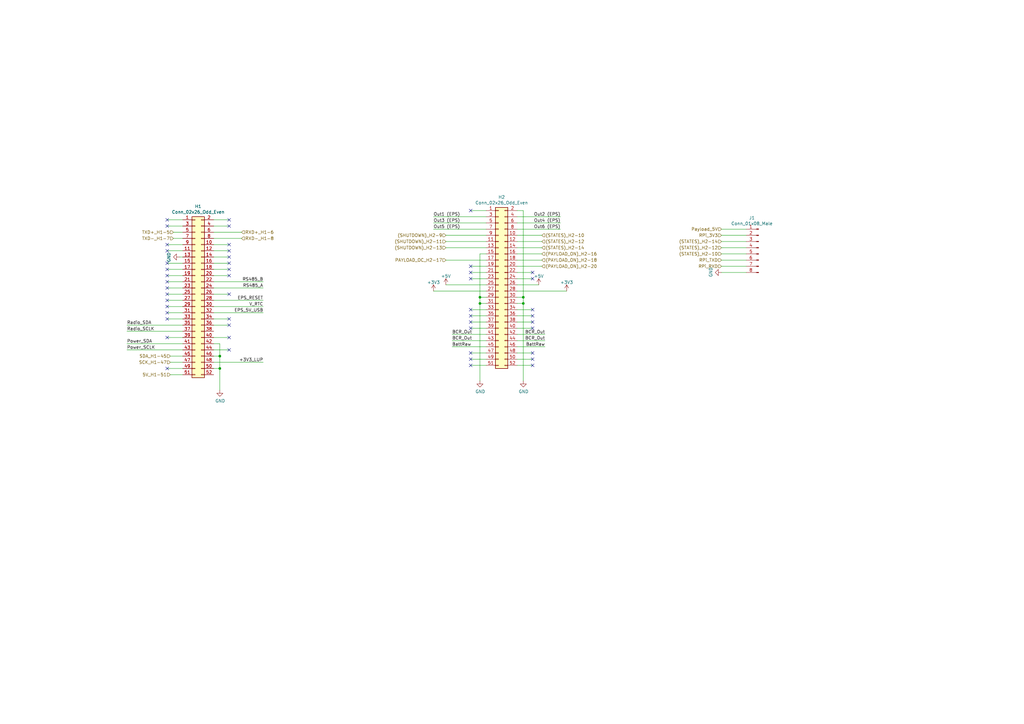
<source format=kicad_sch>
(kicad_sch (version 20211123) (generator eeschema)
  (paper "A3")
  (lib_symbols
    (symbol "Connector:Conn_01x08_Male" (pin_names (offset 1.016) hide)
      (property "Reference" "J" (at 0 10.16 0))
      (property "Value" "Conn_01x08_Male" (at 0 -12.7 0))
      (symbol "Conn_01x08_Male_1_1"
        (polyline (pts (xy 1.27 -10.16) (xy 0.8636 -10.16)) (stroke (width 0.1524)))
        (polyline (pts (xy 1.27 -7.62) (xy 0.8636 -7.62)) (stroke (width 0.1524)))
        (polyline (pts (xy 1.27 -5.08) (xy 0.8636 -5.08)) (stroke (width 0.1524)))
        (polyline (pts (xy 1.27 -2.54) (xy 0.8636 -2.54)) (stroke (width 0.1524)))
        (polyline (pts (xy 1.27 0) (xy 0.8636 0)) (stroke (width 0.1524)))
        (polyline (pts (xy 1.27 2.54) (xy 0.8636 2.54)) (stroke (width 0.1524)))
        (polyline (pts (xy 1.27 5.08) (xy 0.8636 5.08)) (stroke (width 0.1524)))
        (polyline (pts (xy 1.27 7.62) (xy 0.8636 7.62)) (stroke (width 0.1524)))
        (rectangle (start 0.8636 -10.033) (end 0 -10.287) (stroke (width 0.1524)) (fill (type outline)))
        (rectangle (start 0.8636 -7.493) (end 0 -7.747) (stroke (width 0.1524)) (fill (type outline)))
        (rectangle (start 0.8636 -4.953) (end 0 -5.207) (stroke (width 0.1524)) (fill (type outline)))
        (rectangle (start 0.8636 -2.413) (end 0 -2.667) (stroke (width 0.1524)) (fill (type outline)))
        (rectangle (start 0.8636 0.127) (end 0 -0.127) (stroke (width 0.1524)) (fill (type outline)))
        (rectangle (start 0.8636 2.667) (end 0 2.413) (stroke (width 0.1524)) (fill (type outline)))
        (rectangle (start 0.8636 5.207) (end 0 4.953) (stroke (width 0.1524)) (fill (type outline)))
        (rectangle (start 0.8636 7.747) (end 0 7.493) (stroke (width 0.1524)) (fill (type outline)))
        (pin passive line (at 5.08 7.62 180) (length 3.81) (name "Pin_1") (number "1"))
        (pin passive line (at 5.08 5.08 180) (length 3.81) (name "Pin_2") (number "2"))
        (pin passive line (at 5.08 2.54 180) (length 3.81) (name "Pin_3") (number "3"))
        (pin passive line (at 5.08 0 180) (length 3.81) (name "Pin_4") (number "4"))
        (pin passive line (at 5.08 -2.54 180) (length 3.81) (name "Pin_5") (number "5"))
        (pin passive line (at 5.08 -5.08 180) (length 3.81) (name "Pin_6") (number "6"))
        (pin passive line (at 5.08 -7.62 180) (length 3.81) (name "Pin_7") (number "7"))
        (pin passive line (at 5.08 -10.16 180) (length 3.81) (name "Pin_8") (number "8"))
      )
    )
    (symbol "Connector_Generic:Conn_02x26_Odd_Even" (pin_names (offset 1.016) hide)
      (property "Reference" "J" (at 1.27 33.02 0))
      (property "Value" "Conn_02x26_Odd_Even" (at 1.27 -35.56 0))
      (symbol "Conn_02x26_Odd_Even_1_1"
        (rectangle (start -1.27 -32.893) (end 0 -33.147) (stroke (width 0.1524)))
        (rectangle (start -1.27 -30.353) (end 0 -30.607) (stroke (width 0.1524)))
        (rectangle (start -1.27 -27.813) (end 0 -28.067) (stroke (width 0.1524)))
        (rectangle (start -1.27 -25.273) (end 0 -25.527) (stroke (width 0.1524)))
        (rectangle (start -1.27 -22.733) (end 0 -22.987) (stroke (width 0.1524)))
        (rectangle (start -1.27 -20.193) (end 0 -20.447) (stroke (width 0.1524)))
        (rectangle (start -1.27 -17.653) (end 0 -17.907) (stroke (width 0.1524)))
        (rectangle (start -1.27 -15.113) (end 0 -15.367) (stroke (width 0.1524)))
        (rectangle (start -1.27 -12.573) (end 0 -12.827) (stroke (width 0.1524)))
        (rectangle (start -1.27 -10.033) (end 0 -10.287) (stroke (width 0.1524)))
        (rectangle (start -1.27 -7.493) (end 0 -7.747) (stroke (width 0.1524)))
        (rectangle (start -1.27 -4.953) (end 0 -5.207) (stroke (width 0.1524)))
        (rectangle (start -1.27 -2.413) (end 0 -2.667) (stroke (width 0.1524)))
        (rectangle (start -1.27 0.127) (end 0 -0.127) (stroke (width 0.1524)))
        (rectangle (start -1.27 2.667) (end 0 2.413) (stroke (width 0.1524)))
        (rectangle (start -1.27 5.207) (end 0 4.953) (stroke (width 0.1524)))
        (rectangle (start -1.27 7.747) (end 0 7.493) (stroke (width 0.1524)))
        (rectangle (start -1.27 10.287) (end 0 10.033) (stroke (width 0.1524)))
        (rectangle (start -1.27 12.827) (end 0 12.573) (stroke (width 0.1524)))
        (rectangle (start -1.27 15.367) (end 0 15.113) (stroke (width 0.1524)))
        (rectangle (start -1.27 17.907) (end 0 17.653) (stroke (width 0.1524)))
        (rectangle (start -1.27 20.447) (end 0 20.193) (stroke (width 0.1524)))
        (rectangle (start -1.27 22.987) (end 0 22.733) (stroke (width 0.1524)))
        (rectangle (start -1.27 25.527) (end 0 25.273) (stroke (width 0.1524)))
        (rectangle (start -1.27 28.067) (end 0 27.813) (stroke (width 0.1524)))
        (rectangle (start -1.27 30.607) (end 0 30.353) (stroke (width 0.1524)))
        (rectangle (start -1.27 31.75) (end 3.81 -34.29) (stroke (width 0.254)) (fill (type background)))
        (rectangle (start 3.81 -32.893) (end 2.54 -33.147) (stroke (width 0.1524)))
        (rectangle (start 3.81 -30.353) (end 2.54 -30.607) (stroke (width 0.1524)))
        (rectangle (start 3.81 -27.813) (end 2.54 -28.067) (stroke (width 0.1524)))
        (rectangle (start 3.81 -25.273) (end 2.54 -25.527) (stroke (width 0.1524)))
        (rectangle (start 3.81 -22.733) (end 2.54 -22.987) (stroke (width 0.1524)))
        (rectangle (start 3.81 -20.193) (end 2.54 -20.447) (stroke (width 0.1524)))
        (rectangle (start 3.81 -17.653) (end 2.54 -17.907) (stroke (width 0.1524)))
        (rectangle (start 3.81 -15.113) (end 2.54 -15.367) (stroke (width 0.1524)))
        (rectangle (start 3.81 -12.573) (end 2.54 -12.827) (stroke (width 0.1524)))
        (rectangle (start 3.81 -10.033) (end 2.54 -10.287) (stroke (width 0.1524)))
        (rectangle (start 3.81 -7.493) (end 2.54 -7.747) (stroke (width 0.1524)))
        (rectangle (start 3.81 -4.953) (end 2.54 -5.207) (stroke (width 0.1524)))
        (rectangle (start 3.81 -2.413) (end 2.54 -2.667) (stroke (width 0.1524)))
        (rectangle (start 3.81 0.127) (end 2.54 -0.127) (stroke (width 0.1524)))
        (rectangle (start 3.81 2.667) (end 2.54 2.413) (stroke (width 0.1524)))
        (rectangle (start 3.81 5.207) (end 2.54 4.953) (stroke (width 0.1524)))
        (rectangle (start 3.81 7.747) (end 2.54 7.493) (stroke (width 0.1524)))
        (rectangle (start 3.81 10.287) (end 2.54 10.033) (stroke (width 0.1524)))
        (rectangle (start 3.81 12.827) (end 2.54 12.573) (stroke (width 0.1524)))
        (rectangle (start 3.81 15.367) (end 2.54 15.113) (stroke (width 0.1524)))
        (rectangle (start 3.81 17.907) (end 2.54 17.653) (stroke (width 0.1524)))
        (rectangle (start 3.81 20.447) (end 2.54 20.193) (stroke (width 0.1524)))
        (rectangle (start 3.81 22.987) (end 2.54 22.733) (stroke (width 0.1524)))
        (rectangle (start 3.81 25.527) (end 2.54 25.273) (stroke (width 0.1524)))
        (rectangle (start 3.81 28.067) (end 2.54 27.813) (stroke (width 0.1524)))
        (rectangle (start 3.81 30.607) (end 2.54 30.353) (stroke (width 0.1524)))
        (pin passive line (at -5.08 30.48 0) (length 3.81) (name "Pin_1") (number "1"))
        (pin passive line (at 7.62 20.32 180) (length 3.81) (name "Pin_10") (number "10"))
        (pin passive line (at -5.08 17.78 0) (length 3.81) (name "Pin_11") (number "11"))
        (pin passive line (at 7.62 17.78 180) (length 3.81) (name "Pin_12") (number "12"))
        (pin passive line (at -5.08 15.24 0) (length 3.81) (name "Pin_13") (number "13"))
        (pin passive line (at 7.62 15.24 180) (length 3.81) (name "Pin_14") (number "14"))
        (pin passive line (at -5.08 12.7 0) (length 3.81) (name "Pin_15") (number "15"))
        (pin passive line (at 7.62 12.7 180) (length 3.81) (name "Pin_16") (number "16"))
        (pin passive line (at -5.08 10.16 0) (length 3.81) (name "Pin_17") (number "17"))
        (pin passive line (at 7.62 10.16 180) (length 3.81) (name "Pin_18") (number "18"))
        (pin passive line (at -5.08 7.62 0) (length 3.81) (name "Pin_19") (number "19"))
        (pin passive line (at 7.62 30.48 180) (length 3.81) (name "Pin_2") (number "2"))
        (pin passive line (at 7.62 7.62 180) (length 3.81) (name "Pin_20") (number "20"))
        (pin passive line (at -5.08 5.08 0) (length 3.81) (name "Pin_21") (number "21"))
        (pin passive line (at 7.62 5.08 180) (length 3.81) (name "Pin_22") (number "22"))
        (pin passive line (at -5.08 2.54 0) (length 3.81) (name "Pin_23") (number "23"))
        (pin passive line (at 7.62 2.54 180) (length 3.81) (name "Pin_24") (number "24"))
        (pin passive line (at -5.08 0 0) (length 3.81) (name "Pin_25") (number "25"))
        (pin passive line (at 7.62 0 180) (length 3.81) (name "Pin_26") (number "26"))
        (pin passive line (at -5.08 -2.54 0) (length 3.81) (name "Pin_27") (number "27"))
        (pin passive line (at 7.62 -2.54 180) (length 3.81) (name "Pin_28") (number "28"))
        (pin passive line (at -5.08 -5.08 0) (length 3.81) (name "Pin_29") (number "29"))
        (pin passive line (at -5.08 27.94 0) (length 3.81) (name "Pin_3") (number "3"))
        (pin passive line (at 7.62 -5.08 180) (length 3.81) (name "Pin_30") (number "30"))
        (pin passive line (at -5.08 -7.62 0) (length 3.81) (name "Pin_31") (number "31"))
        (pin passive line (at 7.62 -7.62 180) (length 3.81) (name "Pin_32") (number "32"))
        (pin passive line (at -5.08 -10.16 0) (length 3.81) (name "Pin_33") (number "33"))
        (pin passive line (at 7.62 -10.16 180) (length 3.81) (name "Pin_34") (number "34"))
        (pin passive line (at -5.08 -12.7 0) (length 3.81) (name "Pin_35") (number "35"))
        (pin passive line (at 7.62 -12.7 180) (length 3.81) (name "Pin_36") (number "36"))
        (pin passive line (at -5.08 -15.24 0) (length 3.81) (name "Pin_37") (number "37"))
        (pin passive line (at 7.62 -15.24 180) (length 3.81) (name "Pin_38") (number "38"))
        (pin passive line (at -5.08 -17.78 0) (length 3.81) (name "Pin_39") (number "39"))
        (pin passive line (at 7.62 27.94 180) (length 3.81) (name "Pin_4") (number "4"))
        (pin passive line (at 7.62 -17.78 180) (length 3.81) (name "Pin_40") (number "40"))
        (pin passive line (at -5.08 -20.32 0) (length 3.81) (name "Pin_41") (number "41"))
        (pin passive line (at 7.62 -20.32 180) (length 3.81) (name "Pin_42") (number "42"))
        (pin passive line (at -5.08 -22.86 0) (length 3.81) (name "Pin_43") (number "43"))
        (pin passive line (at 7.62 -22.86 180) (length 3.81) (name "Pin_44") (number "44"))
        (pin passive line (at -5.08 -25.4 0) (length 3.81) (name "Pin_45") (number "45"))
        (pin passive line (at 7.62 -25.4 180) (length 3.81) (name "Pin_46") (number "46"))
        (pin passive line (at -5.08 -27.94 0) (length 3.81) (name "Pin_47") (number "47"))
        (pin passive line (at 7.62 -27.94 180) (length 3.81) (name "Pin_48") (number "48"))
        (pin passive line (at -5.08 -30.48 0) (length 3.81) (name "Pin_49") (number "49"))
        (pin passive line (at -5.08 25.4 0) (length 3.81) (name "Pin_5") (number "5"))
        (pin passive line (at 7.62 -30.48 180) (length 3.81) (name "Pin_50") (number "50"))
        (pin passive line (at -5.08 -33.02 0) (length 3.81) (name "Pin_51") (number "51"))
        (pin passive line (at 7.62 -33.02 180) (length 3.81) (name "Pin_52") (number "52"))
        (pin passive line (at 7.62 25.4 180) (length 3.81) (name "Pin_6") (number "6"))
        (pin passive line (at -5.08 22.86 0) (length 3.81) (name "Pin_7") (number "7"))
        (pin passive line (at 7.62 22.86 180) (length 3.81) (name "Pin_8") (number "8"))
        (pin passive line (at -5.08 20.32 0) (length 3.81) (name "Pin_9") (number "9"))
      )
    )
    (symbol "power:+3.3V" (power) (pin_names (offset 0))
      (property "Value" "+3.3V" (at 0 3.556 0))
      (symbol "+3.3V_0_1"
        (polyline (pts (xy -0.762 1.27) (xy 0 2.54)))
        (polyline (pts (xy 0 0) (xy 0 2.54)))
        (polyline (pts (xy 0 2.54) (xy 0.762 1.27)))
      )
      (symbol "+3.3V_1_1"
        (pin power_in line (at 0 0 90) (length 0) hide (name "+3V3") (number "1"))
      )
    )
    (symbol "power:+5V" (power) (pin_names (offset 0))
      (property "Value" "+5V" (at 0 3.556 0))
      (symbol "+5V_0_1"
        (polyline (pts (xy -0.762 1.27) (xy 0 2.54)))
        (polyline (pts (xy 0 0) (xy 0 2.54)))
        (polyline (pts (xy 0 2.54) (xy 0.762 1.27)))
      )
      (symbol "+5V_1_1"
        (pin power_in line (at 0 0 90) (length 0) hide (name "+5V") (number "1"))
      )
    )
    (symbol "power:GND" (power) (pin_names (offset 0))
      (property "Value" "GND" (at 0 -3.81 0))
      (symbol "GND_0_1"
        (polyline (pts (xy 0 0) (xy 0 -1.27) (xy 1.27 -1.27) (xy 0 -2.54) (xy -1.27 -1.27) (xy 0 -1.27)))
      )
      (symbol "GND_1_1"
        (pin power_in line (at 0 0 270) (length 0) hide (name "GND") (number "1"))
      )
    )
  )
  (junction (at 90.17 146.05))
  (junction (at 214.63 121.92))
  (junction (at 196.85 121.92))
  (junction (at 90.17 151.13))
  (junction (at 214.63 124.46))
  (junction (at 196.85 124.46))
  (no_connect (at 218.44 111.76))
  (no_connect (at 193.04 86.36))
  (no_connect (at 68.58 151.13))
  (no_connect (at 193.04 109.22))
  (no_connect (at 68.58 125.73))
  (no_connect (at 218.44 144.78))
  (no_connect (at 93.98 133.35))
  (no_connect (at 93.98 107.95))
  (no_connect (at 93.98 138.43))
  (no_connect (at 93.98 90.17))
  (no_connect (at 68.58 138.43))
  (no_connect (at 218.44 149.86))
  (no_connect (at 93.98 120.65))
  (no_connect (at 68.58 102.87))
  (no_connect (at 68.58 115.57))
  (no_connect (at 68.58 113.03))
  (no_connect (at 68.58 128.27))
  (no_connect (at 68.58 100.33))
  (no_connect (at 193.04 149.86))
  (no_connect (at 218.44 134.62))
  (no_connect (at 193.04 127))
  (no_connect (at 193.04 134.62))
  (no_connect (at 93.98 105.41))
  (no_connect (at 68.58 123.19))
  (no_connect (at 193.04 129.54))
  (no_connect (at 218.44 132.08))
  (no_connect (at 93.98 102.87))
  (no_connect (at 68.58 107.95))
  (no_connect (at 193.04 132.08))
  (no_connect (at 68.58 120.65))
  (no_connect (at 93.98 143.51))
  (no_connect (at 218.44 127))
  (no_connect (at 93.98 92.71))
  (no_connect (at 193.04 111.76))
  (no_connect (at 218.44 114.3))
  (no_connect (at 93.98 130.81))
  (no_connect (at 193.04 144.78))
  (no_connect (at 93.98 113.03))
  (no_connect (at 68.58 130.81))
  (no_connect (at 93.98 110.49))
  (no_connect (at 218.44 129.54))
  (no_connect (at 68.58 92.71))
  (no_connect (at 193.04 147.32))
  (no_connect (at 218.44 147.32))
  (no_connect (at 68.58 90.17))
  (no_connect (at 68.58 110.49))
  (no_connect (at 68.58 118.11))
  (no_connect (at 193.04 114.3))
  (no_connect (at 93.98 100.33))
  (wire (pts (xy 177.8 119.38) (xy 199.39 119.38)))
  (wire (pts (xy 193.04 114.3) (xy 199.39 114.3)))
  (wire (pts (xy 295.91 101.6) (xy 306.07 101.6)))
  (wire (pts (xy 68.58 110.49) (xy 74.93 110.49)))
  (wire (pts (xy 87.63 125.73) (xy 107.95 125.73)))
  (wire (pts (xy 212.09 139.7) (xy 223.52 139.7)))
  (wire (pts (xy 199.39 121.92) (xy 196.85 121.92)))
  (wire (pts (xy 87.63 115.57) (xy 107.95 115.57)))
  (wire (pts (xy 196.85 121.92) (xy 196.85 124.46)))
  (wire (pts (xy 212.09 124.46) (xy 214.63 124.46)))
  (wire (pts (xy 212.09 132.08) (xy 218.44 132.08)))
  (wire (pts (xy 212.09 142.24) (xy 223.52 142.24)))
  (wire (pts (xy 199.39 124.46) (xy 196.85 124.46)))
  (wire (pts (xy 295.91 99.06) (xy 306.07 99.06)))
  (wire (pts (xy 295.91 96.52) (xy 306.07 96.52)))
  (wire (pts (xy 193.04 132.08) (xy 199.39 132.08)))
  (wire (pts (xy 182.88 106.68) (xy 199.39 106.68)))
  (wire (pts (xy 212.09 109.22) (xy 222.25 109.22)))
  (wire (pts (xy 193.04 147.32) (xy 199.39 147.32)))
  (wire (pts (xy 214.63 124.46) (xy 214.63 156.21)))
  (wire (pts (xy 212.09 101.6) (xy 222.25 101.6)))
  (wire (pts (xy 52.07 135.89) (xy 74.93 135.89)))
  (wire (pts (xy 212.09 114.3) (xy 218.44 114.3)))
  (wire (pts (xy 87.63 148.59) (xy 107.95 148.59)))
  (wire (pts (xy 295.91 106.68) (xy 306.07 106.68)))
  (wire (pts (xy 69.85 148.59) (xy 74.93 148.59)))
  (wire (pts (xy 68.58 113.03) (xy 74.93 113.03)))
  (wire (pts (xy 87.63 151.13) (xy 90.17 151.13)))
  (wire (pts (xy 212.09 111.76) (xy 218.44 111.76)))
  (wire (pts (xy 177.8 88.9) (xy 199.39 88.9)))
  (wire (pts (xy 212.09 116.84) (xy 220.98 116.84)))
  (wire (pts (xy 212.09 144.78) (xy 218.44 144.78)))
  (wire (pts (xy 295.91 104.14) (xy 306.07 104.14)))
  (wire (pts (xy 93.98 113.03) (xy 87.63 113.03)))
  (wire (pts (xy 212.09 96.52) (xy 222.25 96.52)))
  (wire (pts (xy 87.63 130.81) (xy 93.98 130.81)))
  (wire (pts (xy 212.09 137.16) (xy 223.52 137.16)))
  (wire (pts (xy 68.58 120.65) (xy 74.93 120.65)))
  (wire (pts (xy 93.98 102.87) (xy 87.63 102.87)))
  (wire (pts (xy 69.85 146.05) (xy 74.93 146.05)))
  (wire (pts (xy 71.12 97.79) (xy 74.93 97.79)))
  (wire (pts (xy 185.42 139.7) (xy 199.39 139.7)))
  (wire (pts (xy 182.88 99.06) (xy 199.39 99.06)))
  (wire (pts (xy 212.09 88.9) (xy 229.87 88.9)))
  (wire (pts (xy 182.88 101.6) (xy 199.39 101.6)))
  (wire (pts (xy 212.09 106.68) (xy 222.25 106.68)))
  (wire (pts (xy 212.09 91.44) (xy 229.87 91.44)))
  (wire (pts (xy 182.88 116.84) (xy 199.39 116.84)))
  (wire (pts (xy 193.04 144.78) (xy 199.39 144.78)))
  (wire (pts (xy 212.09 86.36) (xy 214.63 86.36)))
  (wire (pts (xy 52.07 133.35) (xy 74.93 133.35)))
  (wire (pts (xy 73.66 105.41) (xy 74.93 105.41)))
  (wire (pts (xy 93.98 100.33) (xy 87.63 100.33)))
  (wire (pts (xy 68.58 107.95) (xy 74.93 107.95)))
  (wire (pts (xy 193.04 86.36) (xy 199.39 86.36)))
  (wire (pts (xy 193.04 149.86) (xy 199.39 149.86)))
  (wire (pts (xy 87.63 138.43) (xy 93.98 138.43)))
  (wire (pts (xy 93.98 105.41) (xy 87.63 105.41)))
  (wire (pts (xy 177.8 91.44) (xy 199.39 91.44)))
  (wire (pts (xy 68.58 90.17) (xy 74.93 90.17)))
  (wire (pts (xy 212.09 119.38) (xy 232.41 119.38)))
  (wire (pts (xy 87.63 140.97) (xy 90.17 140.97)))
  (wire (pts (xy 87.63 95.25) (xy 99.06 95.25)))
  (wire (pts (xy 214.63 86.36) (xy 214.63 121.92)))
  (wire (pts (xy 212.09 147.32) (xy 218.44 147.32)))
  (wire (pts (xy 68.58 130.81) (xy 74.93 130.81)))
  (wire (pts (xy 68.58 123.19) (xy 74.93 123.19)))
  (wire (pts (xy 212.09 104.14) (xy 222.25 104.14)))
  (wire (pts (xy 185.42 137.16) (xy 199.39 137.16)))
  (wire (pts (xy 212.09 121.92) (xy 214.63 121.92)))
  (wire (pts (xy 193.04 111.76) (xy 199.39 111.76)))
  (wire (pts (xy 295.91 109.22) (xy 306.07 109.22)))
  (wire (pts (xy 93.98 92.71) (xy 87.63 92.71)))
  (wire (pts (xy 87.63 143.51) (xy 93.98 143.51)))
  (wire (pts (xy 199.39 104.14) (xy 196.85 104.14)))
  (wire (pts (xy 68.58 138.43) (xy 74.93 138.43)))
  (wire (pts (xy 71.12 95.25) (xy 74.93 95.25)))
  (wire (pts (xy 87.63 123.19) (xy 107.95 123.19)))
  (wire (pts (xy 69.85 153.67) (xy 74.93 153.67)))
  (wire (pts (xy 295.91 93.98) (xy 306.07 93.98)))
  (wire (pts (xy 93.98 107.95) (xy 87.63 107.95)))
  (wire (pts (xy 212.09 129.54) (xy 218.44 129.54)))
  (wire (pts (xy 52.07 143.51) (xy 74.93 143.51)))
  (wire (pts (xy 182.88 96.52) (xy 199.39 96.52)))
  (wire (pts (xy 196.85 104.14) (xy 196.85 121.92)))
  (wire (pts (xy 214.63 121.92) (xy 214.63 124.46)))
  (wire (pts (xy 68.58 118.11) (xy 74.93 118.11)))
  (wire (pts (xy 52.07 140.97) (xy 74.93 140.97)))
  (wire (pts (xy 87.63 133.35) (xy 93.98 133.35)))
  (wire (pts (xy 295.91 111.76) (xy 306.07 111.76)))
  (wire (pts (xy 196.85 124.46) (xy 196.85 156.21)))
  (wire (pts (xy 68.58 115.57) (xy 74.93 115.57)))
  (wire (pts (xy 68.58 100.33) (xy 74.93 100.33)))
  (wire (pts (xy 68.58 102.87) (xy 74.93 102.87)))
  (wire (pts (xy 212.09 127) (xy 218.44 127)))
  (wire (pts (xy 90.17 140.97) (xy 90.17 146.05)))
  (wire (pts (xy 212.09 99.06) (xy 222.25 99.06)))
  (wire (pts (xy 193.04 109.22) (xy 199.39 109.22)))
  (wire (pts (xy 90.17 146.05) (xy 90.17 151.13)))
  (wire (pts (xy 212.09 134.62) (xy 218.44 134.62)))
  (wire (pts (xy 93.98 90.17) (xy 87.63 90.17)))
  (wire (pts (xy 90.17 151.13) (xy 90.17 160.02)))
  (wire (pts (xy 193.04 127) (xy 199.39 127)))
  (wire (pts (xy 212.09 149.86) (xy 218.44 149.86)))
  (wire (pts (xy 87.63 97.79) (xy 99.06 97.79)))
  (wire (pts (xy 212.09 93.98) (xy 229.87 93.98)))
  (wire (pts (xy 87.63 146.05) (xy 90.17 146.05)))
  (wire (pts (xy 87.63 118.11) (xy 107.95 118.11)))
  (wire (pts (xy 68.58 92.71) (xy 74.93 92.71)))
  (wire (pts (xy 87.63 128.27) (xy 107.95 128.27)))
  (wire (pts (xy 87.63 120.65) (xy 93.98 120.65)))
  (wire (pts (xy 193.04 134.62) (xy 199.39 134.62)))
  (wire (pts (xy 193.04 129.54) (xy 199.39 129.54)))
  (wire (pts (xy 93.98 110.49) (xy 87.63 110.49)))
  (wire (pts (xy 68.58 128.27) (xy 74.93 128.27)))
  (wire (pts (xy 68.58 151.13) (xy 74.93 151.13)))
  (wire (pts (xy 185.42 142.24) (xy 199.39 142.24)))
  (wire (pts (xy 68.58 125.73) (xy 74.93 125.73)))
  (wire (pts (xy 177.8 93.98) (xy 199.39 93.98)))
  (label "Out2 (EPS)" (at 229.87 88.9 180))
  (label "BCR_Out" (at 185.42 137.16 0))
  (label "RS485_A" (at 107.95 118.11 180))
  (label "Out5 (EPS)" (at 177.8 93.98 0))
  (label "EPS_RESET" (at 107.95 123.19 180))
  (label "Radio_SCLK" (at 52.07 135.89 0))
  (label "+3V3_LUP" (at 107.95 148.59 180))
  (label "Out4 (EPS)" (at 229.87 91.44 180))
  (label "Radio_SDA" (at 52.07 133.35 0))
  (label "Power_SCLK" (at 52.07 143.51 0))
  (label "BCR_Out" (at 223.52 137.16 180))
  (label "BattRaw" (at 223.52 142.24 180))
  (label "Power_SDA" (at 52.07 140.97 0))
  (label "V_RTC" (at 107.95 125.73 180))
  (label "EPS_5V_USB" (at 107.95 128.27 180))
  (label "Out1 (EPS)" (at 177.8 88.9 0))
  (label "BCR_Out" (at 223.52 139.7 180))
  (label "BattRaw" (at 185.42 142.24 0))
  (label "Out3 (EPS)" (at 177.8 91.44 0))
  (label "BCR_Out" (at 185.42 139.7 0))
  (label "Out6 (EPS)" (at 229.87 93.98 180))
  (label "RS485_B" (at 107.95 115.57 180))
  (hierarchical_label "5V_H1-51" (shape input) (at 69.85 153.67 180))
  (hierarchical_label "(SHUTDOWN)_H2-13" (shape input) (at 182.88 101.6 180))
  (hierarchical_label "RXD+_H1-6" (shape input) (at 99.06 95.25 0))
  (hierarchical_label "(STATES)_H2-14" (shape input) (at 295.91 99.06 180))
  (hierarchical_label "(SHUTDOWN)_H2-9" (shape input) (at 182.88 96.52 180))
  (hierarchical_label "(STATES)_H2-12" (shape input) (at 222.25 99.06 0))
  (hierarchical_label "(SHUTDOWN)_H2-11" (shape input) (at 182.88 99.06 180))
  (hierarchical_label "Payload_5V" (shape input) (at 295.91 93.98 180))
  (hierarchical_label "TXD+_H1-5" (shape input) (at 71.12 95.25 180))
  (hierarchical_label "(PAYLOAD_ON)_H2-16" (shape input) (at 222.25 104.14 0))
  (hierarchical_label "(STATES)_H2-12" (shape input) (at 295.91 101.6 180))
  (hierarchical_label "RPi_TXD" (shape input) (at 295.91 106.68 180))
  (hierarchical_label "(PAYLOAD_ON)_H2-20" (shape input) (at 222.25 109.22 0))
  (hierarchical_label "(STATES)_H2-14" (shape input) (at 222.25 101.6 0))
  (hierarchical_label "(STATES)_H2-10" (shape input) (at 295.91 104.14 180))
  (hierarchical_label "RPi_RXD" (shape input) (at 295.91 109.22 180))
  (hierarchical_label "(PAYLOAD_ON)_H2-18" (shape input) (at 222.25 106.68 0))
  (hierarchical_label "TXD-_H1-7" (shape input) (at 71.12 97.79 180))
  (hierarchical_label "SDA_H1-45" (shape input) (at 69.85 146.05 180))
  (hierarchical_label "RXD-_H1-8" (shape input) (at 99.06 97.79 0))
  (hierarchical_label "(STATES)_H2-10" (shape input) (at 222.25 96.52 0))
  (hierarchical_label "RPi_3V3" (shape input) (at 295.91 96.52 180))
  (hierarchical_label "PAYLOAD_OC_H2-17" (shape input) (at 182.88 106.68 180))
  (hierarchical_label "SCK_H1-47" (shape input) (at 69.85 148.59 180))
  (symbol (lib_id "Connector_Generic:Conn_02x26_Odd_Even") (at 204.47 116.84 0) (unit 1)
    (property "Reference" "H2" (at 205.74 80.8482 0))
    (property "Value" "Conn_02x26_Odd_Even" (at 205.74 83.1596 0))
    (property "Footprint" "SilverSat_footprints:TheBus2x26" (effects hide))
  )
  (symbol (lib_id "Connector_Generic:Conn_02x26_Odd_Even") (at 80.01 120.65 0) (unit 1)
    (property "Reference" "H1" (at 81.28 84.6582 0))
    (property "Value" "Conn_02x26_Odd_Even" (at 81.28 86.9696 0))
    (property "Footprint" "SilverSat_footprints:TheBus2x26" (effects hide))
  )
  (symbol (lib_id "power:GND") (at 196.85 156.21 0) (unit 1)
    (property "Reference" "#PWR0101" (effects hide))
    (property "Value" "GND" (at 196.977 160.6042 0))
  )
  (symbol (lib_id "power:GND") (at 214.63 156.21 0) (unit 1)
    (property "Reference" "#PWR0102" (effects hide))
    (property "Value" "GND" (at 214.757 160.6042 0))
  )
  (symbol (lib_id "power:GND") (at 90.17 160.02 0) (unit 1)
    (property "Reference" "#PWR0119" (effects hide))
    (property "Value" "GND" (at 90.297 164.4142 0))
  )
  (symbol (lib_id "power:GND") (at 73.66 105.41 270) (unit 1)
    (property "Reference" "#PWR0118" (effects hide))
    (property "Value" "GND" (at 69.2658 105.537 0))
  )
  (symbol (lib_id "Connector:Conn_01x08_Male") (at 311.15 101.6 0) (mirror y) (unit 1)
    (property "Reference" "J1" (at 308.4068 89.3826 0))
    (property "Value" "Conn_01x08_Male" (at 308.4068 91.694 0))
    (property "Footprint" "Connector_PinHeader_2.54mm:PinHeader_1x08_P2.54mm_Vertical" (effects hide))
  )
  (symbol (lib_id "power:GND") (at 295.91 111.76 270) (mirror x) (unit 1)
    (property "Reference" "#PWR016" (effects hide))
    (property "Value" "GND" (at 291.5158 111.633 0))
  )
  (symbol (lib_id "power:+3.3V") (at 232.41 119.38 0) (unit 1)
    (property "Reference" "#PWR?" (effects hide))
    (property "Value" "+3.3V" (at 232.41 115.8042 0))
  )
  (symbol (lib_id "power:+5V") (at 220.98 116.84 0) (unit 1)
    (property "Reference" "#PWR?" (effects hide))
    (property "Value" "+5V" (at 220.98 113.2642 0))
  )
  (symbol (lib_id "power:+5V") (at 182.88 116.84 0) (unit 1)
    (property "Reference" "#PWR?" (effects hide))
    (property "Value" "+5V" (at 182.88 113.2642 0))
  )
  (symbol (lib_id "power:+3.3V") (at 177.8 119.38 0) (unit 1)
    (property "Reference" "#PWR?" (effects hide))
    (property "Value" "+3.3V" (at 177.8 115.8042 0))
  )
)
</source>
